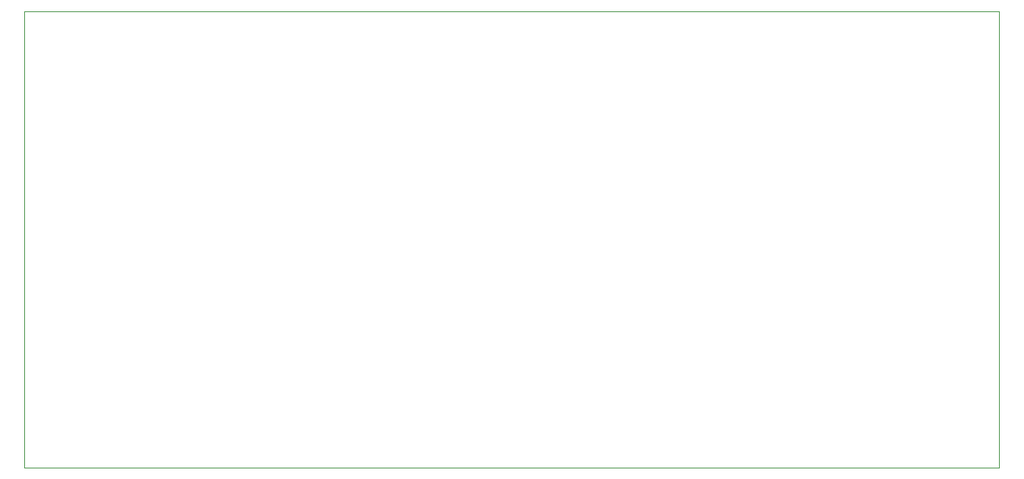
<source format=gbr>
%TF.GenerationSoftware,KiCad,Pcbnew,(6.0.5)*%
%TF.CreationDate,2022-10-23T12:56:42-05:00*%
%TF.ProjectId,ISA rev4,49534120-7265-4763-942e-6b696361645f,rev?*%
%TF.SameCoordinates,Original*%
%TF.FileFunction,Profile,NP*%
%FSLAX46Y46*%
G04 Gerber Fmt 4.6, Leading zero omitted, Abs format (unit mm)*
G04 Created by KiCad (PCBNEW (6.0.5)) date 2022-10-23 12:56:42*
%MOMM*%
%LPD*%
G01*
G04 APERTURE LIST*
%TA.AperFunction,Profile*%
%ADD10C,0.038100*%
%TD*%
G04 APERTURE END LIST*
D10*
X78740000Y-101600000D02*
X105918000Y-101600000D01*
X78740000Y-152654000D02*
X78740000Y-101600000D01*
X105918000Y-101600000D02*
X187706000Y-101600000D01*
X187706000Y-101600000D02*
X187706000Y-152654000D01*
X187706000Y-152654000D02*
X105918000Y-152654000D01*
X105918000Y-152654000D02*
X78740000Y-152654000D01*
M02*

</source>
